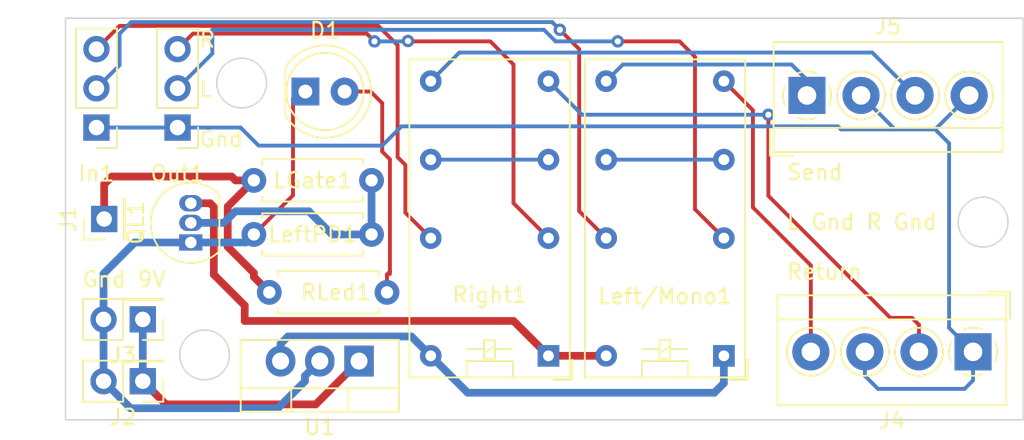
<source format=kicad_pcb>
(kicad_pcb (version 20221018) (generator pcbnew)
  (layers (0 "F.Cu" signal) (31 "B.Cu" signal) (34 "B.Paste" user) (35 "F.Paste" user) (36 "B.SilkS" user "B.Silkscreen") (37 "F.SilkS" user "F.Silkscreen") (38 "B.Mask" user) (39 "F.Mask" user) (44 "Edge.Cuts" user))
  (net 0 "")
  (net 1 "/Control")
  (net 2 "/9V")
  (net 3 "/Ctrl_GND")
  (net 4 "Net-(D1-A)")
  (net 5 "/R_in")
  (net 6 "/L_in")
  (net 7 "/Signal_Gnd")
  (net 8 "/R_out")
  (net 9 "/R_Return")
  (net 10 "/R_send")
  (net 11 "/5V")
  (net 12 "/L_out")
  (net 13 "/L_Return")
  (net 14 "/L_Send")
  (net 15 "Net-(Left/Mono1-Pad11)")
  (net 16 "Net-(Right1-Pad11)")
  (net 17 "Net-(QL1-D)")
  (net 18 "Net-(QL1-G)")
  (footprint "Resistor_THT:R_Axial_DIN0207_L6.3mm_D2.5mm_P7.62mm_Horizontal" (layer "F.Cu") (at 142.81 91 180)
    (fp_text reference "LeftPD1" (at 3.81 0 180) (layer "F.SilkS"))
    (fp_text value "R")
    (fp_line (start 0.54 -1.37) (end 7.08 -1.37) (stroke (width 0.12)) (layer "F.SilkS"))
    (fp_line (start 0.54 -1.04) (end 0.54 -1.37) (stroke (width 0.12)) (layer "F.SilkS"))
    (fp_line (start 0.54 1.04) (end 0.54 1.37) (stroke (width 0.12)) (layer "F.SilkS"))
    (fp_line (start 0.54 1.37) (end 7.08 1.37) (stroke (width 0.12)) (layer "F.SilkS"))
    (fp_line (start 7.08 -1.37) (end 7.08 -1.04) (stroke (width 0.12)) (layer "F.SilkS"))
    (fp_line (start 7.08 1.37) (end 7.08 1.04) (stroke (width 0.12)) (layer "F.SilkS"))
    (pad "1" thru_hole circle (at 0 0 180) (size 1.6 1.6) (drill 0.8) (layers "*.Cu" "*.Mask") (net 18 "Net-(QL1-G)"))
    (pad "2" thru_hole oval (at 7.62 0 180) (size 1.6 1.6) (drill 0.8) (layers "*.Cu" "*.Mask") (net 3 "/Ctrl_GND"))
  )
  (footprint "Package_TO_SOT_THT:TO-92_Inline" (layer "F.Cu") (at 131.11 91.52 90)
    (fp_text reference "QL1" (at 1.27 -3.56 90) (layer "F.SilkS"))
    (fp_text value "2N7000")
    (fp_line (start -0.53 1.85) (end 3.07 1.85) (stroke (width 0.12)) (layer "F.SilkS"))
    (fp_arc (start -0.568478 1.838478) (mid -1.132087 -0.994977) (end 1.27 -2.6) (stroke (width 0.12)) (layer "F.SilkS"))
    (fp_arc (start 1.27 -2.6) (mid 3.672087 -0.994977) (end 3.108478 1.838478) (stroke (width 0.12)) (layer "F.SilkS"))
    (pad "1" thru_hole rect (at 0 0 90) (size 1.05 1.5) (drill 0.75) (layers "*.Cu" "*.Mask") (net 3 "/Ctrl_GND"))
    (pad "2" thru_hole oval (at 1.27 0 90) (size 1.05 1.5) (drill 0.75) (layers "*.Cu" "*.Mask") (net 18 "Net-(QL1-G)"))
    (pad "3" thru_hole oval (at 2.54 0 90) (size 1.05 1.5) (drill 0.75) (layers "*.Cu" "*.Mask") (net 17 "Net-(QL1-D)"))
  )
  (footprint "LED_THT:LED_D5.0mm" (layer "F.Cu") (at 138.525 81.75)
    (fp_text reference "D1" (at 1.27 -3.96) (layer "F.SilkS"))
    (fp_text value "LED")
    (fp_line (start -1.29 -1.545) (end -1.29 1.545) (stroke (width 0.12)) (layer "F.SilkS"))
    (fp_arc (start -1.29 -1.54483) (mid 2.072002 -2.880433) (end 4.26 0.000462) (stroke (width 0.12)) (layer "F.SilkS"))
    (fp_arc (start 4.26 -0.000462) (mid 2.072002 2.880433) (end -1.29 1.54483) (stroke (width 0.12)) (layer "F.SilkS"))
    (fp_circle (center 1.27 0) (end 3.77 0) (stroke (width 0.12)) (fill none) (layer "F.SilkS"))
    (pad "1" thru_hole rect (at 0 0) (size 1.8 1.8) (drill 0.9) (layers "*.Cu" "*.Mask") (net 3 "/Ctrl_GND"))
    (pad "2" thru_hole circle (at 2.54 0) (size 1.8 1.8) (drill 0.9) (layers "*.Cu" "*.Mask") (net 4 "Net-(D1-A)"))
  )
  (footprint "TerminalBlock_4Ucon:TerminalBlock_4Ucon_1x04_P3.50mm_Horizontal" (layer "F.Cu") (at 171 82)
    (fp_text reference "J5" (at 5.25 -4.46) (layer "F.SilkS"))
    (fp_text value "Screw_Terminal_01x04")
    (fp_line (start -2.4 2.16) (end -2.4 3.9) (stroke (width 0.12)) (layer "F.SilkS"))
    (fp_line (start -2.4 3.9) (end -0.9 3.9) (stroke (width 0.12)) (layer "F.SilkS"))
    (fp_line (start -2.16 -3.46) (end -2.16 3.66) (stroke (width 0.12)) (layer "F.SilkS"))
    (fp_line (start -2.16 -3.46) (end 12.66 -3.46) (stroke (width 0.12)) (layer "F.SilkS"))
    (fp_line (start -2.16 2.1) (end 12.66 2.1) (stroke (width 0.12)) (layer "F.SilkS"))
    (fp_line (start -2.16 3.66) (end 12.66 3.66) (stroke (width 0.12)) (layer "F.SilkS"))
    (fp_line (start 12.66 -3.46) (end 12.66 3.66) (stroke (width 0.12)) (layer "F.SilkS"))
    (fp_arc (start -1.432109 0.607742) (mid -1.555727 -0.00014) (end -1.432 -0.608) (stroke (width 0.12)) (layer "F.SilkS"))
    (fp_arc (start -0.607742 -1.432109) (mid 0.00014 -1.555727) (end 0.608 -1.432) (stroke (width 0.12)) (layer "F.SilkS"))
    (fp_arc (start 0.027011 1.555493) (mid -0.296984 1.527118) (end -0.608 1.432) (stroke (width 0.12)) (layer "F.SilkS"))
    (fp_arc (start 0.607587 1.431385) (mid 0.310017 1.523783) (end 0 1.555) (stroke (width 0.12)) (layer "F.SilkS"))
    (fp_arc (start 1.432109 -0.607742) (mid 1.555727 0.00014) (end 1.432 0.608) (stroke (width 0.12)) (layer "F.SilkS"))
    (fp_circle (center 3.5 0) (end 5.055 0) (stroke (width 0.12)) (fill none) (layer "F.SilkS"))
    (fp_circle (center 7 0) (end 8.555 0) (stroke (width 0.12)) (fill none) (layer "F.SilkS"))
    (fp_circle (center 10.5 0) (end 12.055 0) (stroke (width 0.12)) (fill none) (layer "F.SilkS"))
    (pad "1" thru_hole rect (at 0 0) (size 2.4 2.4) (drill 1.2) (layers "*.Cu" "*.Mask") (net 14 "/L_Send"))
    (pad "2" thru_hole circle (at 3.5 0) (size 2.4 2.4) (drill 1.2) (layers "*.Cu" "*.Mask") (net 7 "/Signal_Gnd"))
    (pad "3" thru_hole circle (at 7 0) (size 2.4 2.4) (drill 1.2) (layers "*.Cu" "*.Mask") (net 10 "/R_send"))
    (pad "4" thru_hole circle (at 10.5 0) (size 2.4 2.4) (drill 1.2) (layers "*.Cu" "*.Mask") (net 7 "/Signal_Gnd"))
  )
  (footprint "Connector_PinHeader_2.54mm:PinHeader_2x01_P2.54mm_Vertical" (layer "F.Cu") (at 128 96.5 180)
    (fp_text reference "J3" (at 1.27 -2.33) (layer "F.SilkS"))
    (fp_text value "Conn_01x02_Pin")
    (fp_line (start -1.33 -1.33) (end 0 -1.33) (stroke (width 0.12)) (layer "F.SilkS"))
    (fp_line (start -1.33 0) (end -1.33 -1.33) (stroke (width 0.12)) (layer "F.SilkS"))
    (fp_line (start -1.33 1.27) (end -1.33 1.33) (stroke (width 0.12)) (layer "F.SilkS"))
    (fp_line (start -1.33 1.27) (end 1.27 1.27) (stroke (width 0.12)) (layer "F.SilkS"))
    (fp_line (start -1.33 1.33) (end 3.87 1.33) (stroke (width 0.12)) (layer "F.SilkS"))
    (fp_line (start 1.27 -1.33) (end 3.87 -1.33) (stroke (width 0.12)) (layer "F.SilkS"))
    (fp_line (start 1.27 1.27) (end 1.27 -1.33) (stroke (width 0.12)) (layer "F.SilkS"))
    (fp_line (start 3.87 -1.33) (end 3.87 1.33) (stroke (width 0.12)) (layer "F.SilkS"))
    (pad "1" thru_hole rect (at 0 0 180) (size 1.7 1.7) (drill 1) (layers "*.Cu" "*.Mask") (net 2 "/9V"))
    (pad "2" thru_hole oval (at 2.54 0 180) (size 1.7 1.7) (drill 1) (layers "*.Cu" "*.Mask") (net 3 "/Ctrl_GND"))
  )
  (footprint "Relay_THT:Relay_DPDT_Omron_G5V-2" (layer "F.Cu") (at 154.2625 98.8575 180)
    (fp_text reference "Right1" (at 3.81 3.95) (layer "F.SilkS"))
    (fp_text value "G5V-2")
    (fp_line (start -1.54 -1.55) (end -0.33 -1.55) (stroke (width 0.12)) (layer "F.SilkS"))
    (fp_line (start -1.54 -0.25) (end -1.54 -1.55) (stroke (width 0.12)) (layer "F.SilkS"))
    (fp_line (start -1.38 -1.4) (end -1.38 19.19) (stroke (width 0.12)) (layer "F.SilkS"))
    (fp_line (start -1.38 19.19) (end 9 19.19) (stroke (width 0.12)) (layer "F.SilkS"))
    (fp_line (start 2.3 -1.4) (end 2.3 -0.36) (stroke (width 0.12)) (layer "F.SilkS"))
    (fp_line (start 2.3 -0.34) (end 5.3 -0.34) (stroke (width 0.12)) (layer "F.SilkS"))
    (fp_line (start 3.47 -0.19) (end 3.47 1.01) (stroke (width 0.12)) (layer "F.SilkS"))
    (fp_line (start 3.47 0.44) (end 2.37 0.44) (stroke (width 0.12)) (layer "F.SilkS"))
    (fp_line (start 3.47 0.61) (end 4.17 0.21) (stroke (width 0.12)) (layer "F.SilkS"))
    (fp_line (start 3.47 1.01) (end 4.17 1.01) (stroke (width 0.12)) (layer "F.SilkS"))
    (fp_line (start 4.17 -0.19) (end 3.47 -0.19) (stroke (width 0.12)) (layer "F.SilkS"))
    (fp_line (start 4.17 0.44) (end 5.27 0.44) (stroke (width 0.12)) (layer "F.SilkS"))
    (fp_line (start 4.17 1.01) (end 4.17 -0.19) (stroke (width 0.12)) (layer "F.SilkS"))
    (fp_line (start 5.3 -0.34) (end 5.3 -1.4) (stroke (width 0.12)) (layer "F.SilkS"))
    (fp_line (start 9 -1.4) (end -1.38 -1.4) (stroke (width 0.12)) (layer "F.SilkS"))
    (fp_line (start 9 19.19) (end 9 -1.4) (stroke (width 0.12)) (layer "F.SilkS"))
    (pad "1" thru_hole rect (at 0 0 180) (size 1.4 1.4) (drill 0.7) (layers "*.Cu" "*.Mask") (net 17 "Net-(QL1-D)"))
    (pad "4" thru_hole circle (at 0 7.62 180) (size 1.4 1.4) (drill 0.7) (layers "*.Cu" "*.Mask") (net 8 "/R_out"))
    (pad "6" thru_hole circle (at 0 12.7 180) (size 1.4 1.4) (drill 0.7) (layers "*.Cu" "*.Mask") (net 16 "Net-(Right1-Pad11)"))
    (pad "8" thru_hole circle (at 0 17.78 180) (size 1.4 1.4) (drill 0.7) (layers "*.Cu" "*.Mask") (net 9 "/R_Return"))
    (pad "9" thru_hole circle (at 7.62 17.78 180) (size 1.4 1.4) (drill 0.7) (layers "*.Cu" "*.Mask") (net 10 "/R_send"))
    (pad "11" thru_hole circle (at 7.62 12.7 180) (size 1.4 1.4) (drill 0.7) (layers "*.Cu" "*.Mask") (net 16 "Net-(Right1-Pad11)"))
    (pad "13" thru_hole circle (at 7.62 7.62 180) (size 1.4 1.4) (drill 0.7) (layers "*.Cu" "*.Mask") (net 5 "/R_in"))
    (pad "16" thru_hole circle (at 7.62 0 180) (size 1.4 1.4) (drill 0.7) (layers "*.Cu" "*.Mask") (net 11 "/5V"))
  )
  (footprint "Resistor_THT:R_Axial_DIN0207_L6.3mm_D2.5mm_P7.62mm_Horizontal" (layer "F.Cu") (at 136.19 94.75)
    (fp_text reference "RLed1" (at 4.31 0) (layer "F.SilkS"))
    (fp_text value "100")
    (fp_line (start 0.54 -1.37) (end 7.08 -1.37) (stroke (width 0.12)) (layer "F.SilkS"))
    (fp_line (start 0.54 -1.04) (end 0.54 -1.37) (stroke (width 0.12)) (layer "F.SilkS"))
    (fp_line (start 0.54 1.04) (end 0.54 1.37) (stroke (width 0.12)) (layer "F.SilkS"))
    (fp_line (start 0.54 1.37) (end 7.08 1.37) (stroke (width 0.12)) (layer "F.SilkS"))
    (fp_line (start 7.08 -1.37) (end 7.08 -1.04) (stroke (width 0.12)) (layer "F.SilkS"))
    (fp_line (start 7.08 1.37) (end 7.08 1.04) (stroke (width 0.12)) (layer "F.SilkS"))
    (pad "1" thru_hole circle (at 0 0) (size 1.6 1.6) (drill 0.8) (layers "*.Cu" "*.Mask") (net 1 "/Control"))
    (pad "2" thru_hole oval (at 7.62 0) (size 1.6 1.6) (drill 0.8) (layers "*.Cu" "*.Mask") (net 4 "Net-(D1-A)"))
  )
  (footprint "Relay_THT:Relay_DPDT_Omron_G5V-2" (layer "F.Cu") (at 165.62 98.8575 180)
    (fp_text reference "Left/Mono1" (at 3.81 3.8575) (layer "F.SilkS"))
    (fp_text value "G5V-2")
    (fp_line (start -1.54 -1.55) (end -0.33 -1.55) (stroke (width 0.12)) (layer "F.SilkS"))
    (fp_line (start -1.54 -0.25) (end -1.54 -1.55) (stroke (width 0.12)) (layer "F.SilkS"))
    (fp_line (start -1.38 -1.4) (end -1.38 19.19) (stroke (width 0.12)) (layer "F.SilkS"))
    (fp_line (start -1.38 19.19) (end 9 19.19) (stroke (width 0.12)) (layer "F.SilkS"))
    (fp_line (start 2.3 -1.4) (end 2.3 -0.36) (stroke (width 0.12)) (layer "F.SilkS"))
    (fp_line (start 2.3 -0.34) (end 5.3 -0.34) (stroke (width 0.12)) (layer "F.SilkS"))
    (fp_line (start 3.47 -0.19) (end 3.47 1.01) (stroke (width 0.12)) (layer "F.SilkS"))
    (fp_line (start 3.47 0.44) (end 2.37 0.44) (stroke (width 0.12)) (layer "F.SilkS"))
    (fp_line (start 3.47 0.61) (end 4.17 0.21) (stroke (width 0.12)) (layer "F.SilkS"))
    (fp_line (start 3.47 1.01) (end 4.17 1.01) (stroke (width 0.12)) (layer "F.SilkS"))
    (fp_line (start 4.17 -0.19) (end 3.47 -0.19) (stroke (width 0.12)) (layer "F.SilkS"))
    (fp_line (start 4.17 0.44) (end 5.27 0.44) (stroke (width 0.12)) (layer "F.SilkS"))
    (fp_line (start 4.17 1.01) (end 4.17 -0.19) (stroke (width 0.12)) (layer "F.SilkS"))
    (fp_line (start 5.3 -0.34) (end 5.3 -1.4) (stroke (width 0.12)) (layer "F.SilkS"))
    (fp_line (start 9 -1.4) (end -1.38 -1.4) (stroke (width 0.12)) (layer "F.SilkS"))
    (fp_line (start 9 19.19) (end 9 -1.4) (stroke (width 0.12)) (layer "F.SilkS"))
    (pad "1" thru_hole rect (at 0 0 180) (size 1.4 1.4) (drill 0.7) (layers "*.Cu" "*.Mask") (net 11 "/5V"))
    (pad "4" thru_hole circle (at 0 7.62 180) (size 1.4 1.4) (drill 0.7) (layers "*.Cu" "*.Mask") (net 12 "/L_out"))
    (pad "6" thru_hole circle (at 0 12.7 180) (size 1.4 1.4) (drill 0.7) (layers "*.Cu" "*.Mask") (net 15 "Net-(Left/Mono1-Pad11)"))
    (pad "8" thru_hole circle (at 0 17.78 180) (size 1.4 1.4) (drill 0.7) (layers "*.Cu" "*.Mask") (net 13 "/L_Return"))
    (pad "9" thru_hole circle (at 7.62 17.78 180) (size 1.4 1.4) (drill 0.7) (layers "*.Cu" "*.Mask") (net 14 "/L_Send"))
    (pad "11" thru_hole circle (at 7.62 12.7 180) (size 1.4 1.4) (drill 0.7) (layers "*.Cu" "*.Mask") (net 15 "Net-(Left/Mono1-Pad11)"))
    (pad "13" thru_hole circle (at 7.62 7.62 180) (size 1.4 1.4) (drill 0.7) (layers "*.Cu" "*.Mask") (net 6 "/L_in"))
    (pad "16" thru_hole circle (at 7.62 0 180) (size 1.4 1.4) (drill 0.7) (layers "*.Cu" "*.Mask") (net 17 "Net-(QL1-D)"))
  )
  (footprint "Package_TO_SOT_THT:TO-220-3_Vertical" (layer "F.Cu") (at 142 99.2 180)
    (fp_text reference "U1" (at 2.54 -4.27) (layer "F.SilkS"))
    (fp_text value "L7805")
    (fp_line (start -2.58 -3.27) (end -2.58 1.371) (stroke (width 0.12)) (layer "F.SilkS"))
    (fp_line (start -2.58 -3.27) (end 7.66 -3.27) (stroke (width 0.12)) (layer "F.SilkS"))
    (fp_line (start -2.58 -1.76) (end 7.66 -1.76) (stroke (width 0.12)) (layer "F.SilkS"))
    (fp_line (start -2.58 1.371) (end 7.66 1.371) (stroke (width 0.12)) (layer "F.SilkS"))
    (fp_line (start 0.69 -3.27) (end 0.69 -1.76) (stroke (width 0.12)) (layer "F.SilkS"))
    (fp_line (start 4.391 -3.27) (end 4.391 -1.76) (stroke (width 0.12)) (layer "F.SilkS"))
    (fp_line (start 7.66 -3.27) (end 7.66 1.371) (stroke (width 0.12)) (layer "F.SilkS"))
    (pad "1" thru_hole rect (at 0 0 180) (size 1.905 2) (drill 1.1) (layers "*.Cu" "*.Mask") (net 2 "/9V"))
    (pad "2" thru_hole oval (at 2.54 0 180) (size 1.905 2) (drill 1.1) (layers "*.Cu" "*.Mask") (net 3 "/Ctrl_GND"))
    (pad "3" thru_hole oval (at 5.08 0 180) (size 1.905 2) (drill 1.1) (layers "*.Cu" "*.Mask") (net 11 "/5V"))
  )
  (footprint "Connector_PinHeader_2.54mm:PinHeader_1x03_P2.54mm_Vertical" (layer "F.Cu") (at 125 84.08 180)
    (fp_text reference "In1" (at 0 -2.975) (layer "F.SilkS"))
    (fp_text value "Conn_01x03_Pin")
    (fp_line (start -1.33 -1.33) (end 0 -1.33) (stroke (width 0.12)) (layer "F.SilkS"))
    (fp_line (start -1.33 0) (end -1.33 -1.33) (stroke (width 0.12)) (layer "F.SilkS"))
    (fp_line (start -1.33 1.27) (end -1.33 6.41) (stroke (width 0.12)) (layer "F.SilkS"))
    (fp_line (start -1.33 1.27) (end 1.33 1.27) (stroke (width 0.12)) (layer "F.SilkS"))
    (fp_line (start -1.33 6.41) (end 1.33 6.41) (stroke (width 0.12)) (layer "F.SilkS"))
    (fp_line (start 1.33 1.27) (end 1.33 6.41) (stroke (width 0.12)) (layer "F.SilkS"))
    (pad "1" thru_hole rect (at 0 0 180) (size 1.7 1.7) (drill 1) (layers "*.Cu" "*.Mask") (net 7 "/Signal_Gnd"))
    (pad "2" thru_hole oval (at 0 2.54 180) (size 1.7 1.7) (drill 1) (layers "*.Cu" "*.Mask") (net 6 "/L_in"))
    (pad "3" thru_hole oval (at 0 5.08 180) (size 1.7 1.7) (drill 1) (layers "*.Cu" "*.Mask") (net 5 "/R_in"))
  )
  (footprint "Connector_PinHeader_2.54mm:PinHeader_1x01_P2.54mm_Vertical" (layer "F.Cu") (at 125.5 90 90)
    (fp_text reference "J1" (at 0 -2.33 90) (layer "F.SilkS"))
    (fp_text value "Conn_01x01_Pin")
    (fp_line (start -1.33 -1.33) (end 0 -1.33) (stroke (width 0.12)) (layer "F.SilkS"))
    (fp_line (start -1.33 0) (end -1.33 -1.33) (stroke (width 0.12)) (layer "F.SilkS"))
    (fp_line (start -1.33 1.27) (end -1.33 1.33) (stroke (width 0.12)) (layer "F.SilkS"))
    (fp_line (start -1.33 1.27) (end 1.33 1.27) (stroke (width 0.12)) (layer "F.SilkS"))
    (fp_line (start -1.33 1.33) (end 1.33 1.33) (stroke (width 0.12)) (layer "F.SilkS"))
    (fp_line (start 1.33 1.27) (end 1.33 1.33) (stroke (width 0.12)) (layer "F.SilkS"))
    (pad "1" thru_hole rect (at 0 0 90) (size 1.7 1.7) (drill 1) (layers "*.Cu" "*.Mask") (net 1 "/Control"))
  )
  (footprint "TerminalBlock_4Ucon:TerminalBlock_4Ucon_1x04_P3.50mm_Horizontal" (layer "F.Cu") (at 181.75 98.6 180)
    (fp_text reference "J4" (at 5.25 -4.46) (layer "F.SilkS"))
    (fp_text value "Screw_Terminal_01x04")
    (fp_line (start -2.4 2.16) (end -2.4 3.9) (stroke (width 0.12)) (layer "F.SilkS"))
    (fp_line (start -2.4 3.9) (end -0.9 3.9) (stroke (width 0.12)) (layer "F.SilkS"))
    (fp_line (start -2.16 -3.46) (end -2.16 3.66) (stroke (width 0.12)) (layer "F.SilkS"))
    (fp_line (start -2.16 -3.46) (end 12.66 -3.46) (stroke (width 0.12)) (layer "F.SilkS"))
    (fp_line (start -2.16 2.1) (end 12.66 2.1) (stroke (width 0.12)) (layer "F.SilkS"))
    (fp_line (start -2.16 3.66) (end 12.66 3.66) (stroke (width 0.12)) (layer "F.SilkS"))
    (fp_line (start 12.66 -3.46) (end 12.66 3.66) (stroke (width 0.12)) (layer "F.SilkS"))
    (fp_arc (start -1.432109 0.607742) (mid -1.555727 -0.00014) (end -1.432 -0.608) (stroke (width 0.12)) (layer "F.SilkS"))
    (fp_arc (start -0.607742 -1.432109) (mid 0.00014 -1.555727) (end 0.608 -1.432) (stroke (width 0.12)) (layer "F.SilkS"))
    (fp_arc (start 0.027011 1.555493) (mid -0.296984 1.527118) (end -0.608 1.432) (stroke (width 0.12)) (layer "F.SilkS"))
    (fp_arc (start 0.607587 1.431385) (mid 0.310017 1.523783) (end 0 1.555) (stroke (width 0.12)) (layer "F.SilkS"))
    (fp_arc (start 1.432109 -0.607742) (mid 1.555727 0.00014) (end 1.432 0.608) (stroke (width 0.12)) (layer "F.SilkS"))
    (fp_circle (center 3.5 0) (end 5.055 0) (stroke (width 0.12)) (fill none) (layer "F.SilkS"))
    (fp_circle (center 7 0) (end 8.555 0) (stroke (width 0.12)) (fill none) (layer "F.SilkS"))
    (fp_circle (center 10.5 0) (end 12.055 0) (stroke (width 0.12)) (fill none) (layer "F.SilkS"))
    (pad "1" thru_hole rect (at 0 0 180) (size 2.4 2.4) (drill 1.2) (layers "*.Cu" "*.Mask") (net 7 "/Signal_Gnd"))
    (pad "2" thru_hole circle (at 3.5 0 180) (size 2.4 2.4) (drill 1.2) (layers "*.Cu" "*.Mask") (net 9 "/R_Return"))
    (pad "3" thru_hole circle (at 7 0 180) (size 2.4 2.4) (drill 1.2) (layers "*.Cu" "*.Mask") (net 7 "/Signal_Gnd"))
    (pad "4" thru_hole circle (at 10.5 0 180) (size 2.4 2.4) (drill 1.2) (layers "*.Cu" "*.Mask") (net 13 "/L_Return"))
  )
  (footprint "Resistor_THT:R_Axial_DIN0207_L6.3mm_D2.5mm_P7.62mm_Horizontal" (layer "F.Cu") (at 135.19 87.5)
    (fp_text reference "LGate1" (at 3.81 0) (layer "F.SilkS"))
    (fp_text value "R")
    (fp_line (start 0.54 -1.37) (end 7.08 -1.37) (stroke (width 0.12)) (layer "F.SilkS"))
    (fp_line (start 0.54 -1.04) (end 0.54 -1.37) (stroke (width 0.12)) (layer "F.SilkS"))
    (fp_line (start 0.54 1.04) (end 0.54 1.37) (stroke (width 0.12)) (layer "F.SilkS"))
    (fp_line (start 0.54 1.37) (end 7.08 1.37) (stroke (width 0.12)) (layer "F.SilkS"))
    (fp_line (start 7.08 -1.37) (end 7.08 -1.04) (stroke (width 0.12)) (layer "F.SilkS"))
    (fp_line (start 7.08 1.37) (end 7.08 1.04) (stroke (width 0.12)) (layer "F.SilkS"))
    (pad "1" thru_hole circle (at 0 0) (size 1.6 1.6) (drill 0.8) (layers "*.Cu" "*.Mask") (net 1 "/Control"))
    (pad "2" thru_hole oval (at 7.62 0) (size 1.6 1.6) (drill 0.8) (layers "*.Cu" "*.Mask") (net 18 "Net-(QL1-G)"))
  )
  (footprint "Connector_PinHeader_2.54mm:PinHeader_2x01_P2.54mm_Vertical" (layer "F.Cu") (at 128 100.5 180)
    (fp_text reference "J2" (at 1.27 -2.33) (layer "F.SilkS"))
    (fp_text value "Conn_01x02_Pin")
    (fp_line (start -1.33 -1.33) (end 0 -1.33) (stroke (width 0.12)) (layer "F.SilkS"))
    (fp_line (start -1.33 0) (end -1.33 -1.33) (stroke (width 0.12)) (layer "F.SilkS"))
    (fp_line (start -1.33 1.27) (end -1.33 1.33) (stroke (width 0.12)) (layer "F.SilkS"))
    (fp_line (start -1.33 1.27) (end 1.27 1.27) (stroke (width 0.12)) (layer "F.SilkS"))
    (fp_line (start -1.33 1.33) (end 3.87 1.33) (stroke (width 0.12)) (layer "F.SilkS"))
    (fp_line (start 1.27 -1.33) (end 3.87 -1.33) (stroke (width 0.12)) (layer "F.SilkS"))
    (fp_line (start 1.27 1.27) (end 1.27 -1.33) (stroke (width 0.12)) (layer "F.SilkS"))
    (fp_line (start 3.87 -1.33) (end 3.87 1.33) (stroke (width 0.12)) (layer "F.SilkS"))
    (pad "1" thru_hole rect (at 0 0 180) (size 1.7 1.7) (drill 1) (layers "*.Cu" "*.Mask") (net 2 "/9V"))
    (pad "2" thru_hole oval (at 2.54 0 180) (size 1.7 1.7) (drill 1) (layers "*.Cu" "*.Mask") (net 3 "/Ctrl_GND"))
  )
  (footprint "Connector_PinHeader_2.54mm:PinHeader_1x03_P2.54mm_Vertical" (layer "F.Cu") (at 130.25 84.08 180)
    (fp_text reference "Out1" (at 0 -2.975) (layer "F.SilkS"))
    (fp_text value "Conn_01x03_Pin")
    (fp_line (start -1.33 -1.33) (end 0 -1.33) (stroke (width 0.12)) (layer "F.SilkS"))
    (fp_line (start -1.33 0) (end -1.33 -1.33) (stroke (width 0.12)) (layer "F.SilkS"))
    (fp_line (start -1.33 1.27) (end -1.33 6.41) (stroke (width 0.12)) (layer "F.SilkS"))
    (fp_line (start -1.33 1.27) (end 1.33 1.27) (stroke (width 0.12)) (layer "F.SilkS"))
    (fp_line (start -1.33 6.41) (end 1.33 6.41) (stroke (width 0.12)) (layer "F.SilkS"))
    (fp_line (start 1.33 1.27) (end 1.33 6.41) (stroke (width 0.12)) (layer "F.SilkS"))
    (pad "1" thru_hole rect (at 0 0 180) (size 1.7 1.7) (drill 1) (layers "*.Cu" "*.Mask") (net 7 "/Signal_Gnd"))
    (pad "2" thru_hole oval (at 0 2.54 180) (size 1.7 1.7) (drill 1) (layers "*.Cu" "*.Mask") (net 12 "/L_out"))
    (pad "3" thru_hole oval (at 0 5.08 180) (size 1.7 1.7) (drill 1) (layers "*.Cu" "*.Mask") (net 8 "/R_out"))
  )
  (gr_circle (center 132 98.8) (end 131.8 97.2) (stroke (width 0.1)) (fill none) (layer "Edge.Cuts"))
  (gr_rect (start 123 77) (end 185 103) (stroke (width 0.1)) (fill none) (layer "Edge.Cuts"))
  (gr_circle (center 182.4 90.2) (end 182.2 88.6) (stroke (width 0.1)) (fill none) (layer "Edge.Cuts"))
  (gr_circle (center 134.4 81.2) (end 134.2 79.6) (stroke (width 0.1)) (fill none) (layer "Edge.Cuts"))
  (gr_text "Send\n\nL Gnd R Gnd\n\nReturn\n" (at 169.6 94) (layer "F.SilkS") (effects (font (size 1 1)) (justify left bottom)))
  (gr_text "R\n\nL\n\nGnd\n" (at 131.58 85.41) (layer "F.SilkS") (effects (font (size 1 1)) (justify left bottom)))
  (gr_text "Gnd 9V\n" (at 124 94.5) (layer "F.SilkS") (effects (font (size 1 1)) (justify left bottom)))
  (segment (start 135.19 93.49) (end 133.5 91.8) (width 0.5) (layer "F.Cu") (net 1))
  (segment (start 133.5 89.19) (end 133.5 91.8) (width 0.5) (layer "F.Cu") (net 1))
  (segment (start 126 87.25) (end 133.75 87.25) (width 0.5) (layer "F.Cu") (net 1))
  (segment (start 133.75 87.25) (end 134 87.5) (width 0.5) (layer "F.Cu") (net 1))
  (segment (start 135.19 93.75) (end 136.19 94.75) (width 0.5) (layer "F.Cu") (net 1))
  (segment (start 125.5 87.75) (end 126 87.25) (width 0.5) (layer "F.Cu") (net 1))
  (segment (start 134 87.5) (end 135.19 87.5) (width 0.5) (layer "F.Cu") (net 1))
  (segment (start 135.19 87.5) (end 133.5 89.19) (width 0.5) (layer "F.Cu") (net 1))
  (segment (start 125.5 90) (end 125.5 87.75) (width 0.5) (layer "F.Cu") (net 1))
  (segment (start 135.19 93.49) (end 135.19 93.75) (width 0.5) (layer "F.Cu") (net 1))
  (segment (start 129.5 102) (end 139.2 102) (width 0.5) (layer "F.Cu") (net 2))
  (segment (start 128 100.5) (end 129.5 102) (width 0.5) (layer "F.Cu") (net 2))
  (segment (start 139.2 102) (end 142 99.2) (width 0.5) (layer "F.Cu") (net 2))
  (segment (start 128 96.5) (end 128 100.5) (width 0.5) (layer "B.Cu") (net 2))
  (segment (start 138.175 81.75) (end 137.725 82.2) (width 0.25) (layer "F.Cu") (net 3))
  (segment (start 137.725 82.2) (end 137.725 88.465) (width 0.25) (layer "F.Cu") (net 3))
  (segment (start 137.725 88.465) (end 135.19 91) (width 0.25) (layer "F.Cu") (net 3))
  (segment (start 138.525 81.75) (end 138.175 81.75) (width 0.25) (layer "F.Cu") (net 3))
  (segment (start 138.5 100.5) (end 138.5 100.16) (width 0.5) (layer "B.Cu") (net 3))
  (segment (start 125.46 93.54) (end 127.48 91.52) (width 0.5) (layer "B.Cu") (net 3))
  (segment (start 136.75 102.25) (end 138.5 100.5) (width 0.5) (layer "B.Cu") (net 3))
  (segment (start 131.11 91.52) (end 134.67 91.52) (width 0.5) (layer "B.Cu") (net 3))
  (segment (start 127.21 102.25) (end 136.75 102.25) (width 0.5) (layer "B.Cu") (net 3))
  (segment (start 134.67 91.52) (end 135.19 91) (width 0.5) (layer "B.Cu") (net 3))
  (segment (start 127.48 91.52) (end 131.11 91.52) (width 0.5) (layer "B.Cu") (net 3))
  (segment (start 125.46 100.5) (end 127.21 102.25) (width 0.5) (layer "B.Cu") (net 3))
  (segment (start 138.5 100.16) (end 139.46 99.2) (width 0.5) (layer "B.Cu") (net 3))
  (segment (start 125.46 96.5) (end 125.46 100.5) (width 0.5) (layer "B.Cu") (net 3))
  (segment (start 125.46 96.5) (end 125.46 93.54) (width 0.5) (layer "B.Cu") (net 3))
  (segment (start 144 93.4) (end 143.81 93.59) (width 0.25) (layer "F.Cu") (net 4))
  (segment (start 144 93.4) (end 144 93.56) (width 0.25) (layer "F.Cu") (net 4))
  (segment (start 141.065 81.75) (end 142.75 81.75) (width 0.25) (layer "F.Cu") (net 4))
  (segment (start 144 86.136396) (end 144 93.4) (width 0.25) (layer "F.Cu") (net 4))
  (segment (start 143.5 85.636396) (end 144 86.136396) (width 0.25) (layer "F.Cu") (net 4))
  (segment (start 143.81 93.59) (end 143.81 94.75) (width 0.25) (layer "F.Cu") (net 4))
  (segment (start 142.75 81.75) (end 143.5 82.5) (width 0.25) (layer "F.Cu") (net 4))
  (segment (start 143.5 82.5) (end 143.5 85.636396) (width 0.25) (layer "F.Cu") (net 4))
  (segment (start 145 89.595) (end 146.6425 91.2375) (width 0.25) (layer "F.Cu") (net 5))
  (segment (start 144.5 78.75) (end 144.5 86) (width 0.25) (layer "F.Cu") (net 5))
  (segment (start 144.5 86) (end 145 86.5) (width 0.25) (layer "F.Cu") (net 5))
  (segment (start 145 86.5) (end 145 89.595) (width 0.25) (layer "F.Cu") (net 5))
  (segment (start 143.25 77.5) (end 144.5 78.75) (width 0.25) (layer "F.Cu") (net 5))
  (segment (start 125 79) (end 126.5 77.5) (width 0.25) (layer "F.Cu") (net 5))
  (segment (start 126.5 77.5) (end 143.25 77.5) (width 0.25) (layer "F.Cu") (net 5))
  (segment (start 156.25 79) (end 156.25 89.4875) (width 0.25) (layer "F.Cu") (net 6))
  (segment (start 156.25 89.4875) (end 158 91.2375) (width 0.25) (layer "F.Cu") (net 6))
  (segment (start 155 77.75) (end 156.25 79) (width 0.25) (layer "F.Cu") (net 6))
  (via (at 155 77.75) (size 0.8) (drill 0.4) (layers "F.Cu" "B.Cu") (net 6))
  (segment (start 126.5 78) (end 127.25 77.25) (width 0.25) (layer "B.Cu") (net 6))
  (segment (start 154.5 77.25) (end 155 77.75) (width 0.25) (layer "B.Cu") (net 6))
  (segment (start 127.25 77.25) (end 154.5 77.25) (width 0.25) (layer "B.Cu") (net 6))
  (segment (start 126.5 80.04) (end 126.5 78) (width 0.25) (layer "B.Cu") (net 6))
  (segment (start 125 81.54) (end 126.5 80.04) (width 0.25) (layer "B.Cu") (net 6))
  (segment (start 175.6 101) (end 181.2 101) (width 0.25) (layer "B.Cu") (net 7))
  (segment (start 179.3 84.2) (end 180.2 85.1) (width 0.25) (layer "B.Cu") (net 7))
  (segment (start 144.75 84) (end 173 84) (width 0.25) (layer "B.Cu") (net 7))
  (segment (start 176.7 84.2) (end 173.2 84.2) (width 0.25) (layer "B.Cu") (net 7))
  (segment (start 180.2 97.05) (end 181.75 98.6) (width 0.25) (layer "B.Cu") (net 7))
  (segment (start 181.75 100.45) (end 181.75 98.6) (width 0.25) (layer "B.Cu") (net 7))
  (segment (start 179.3 84.2) (end 181.5 82) (width 0.25) (layer "B.Cu") (net 7))
  (segment (start 176.7 84.2) (end 179.3 84.2) (width 0.25) (layer "B.Cu") (net 7))
  (segment (start 174.75 98.6) (end 174.75 100.15) (width 0.25) (layer "B.Cu") (net 7))
  (segment (start 181.2 101) (end 181.75 100.45) (width 0.25) (layer "B.Cu") (net 7))
  (segment (start 125 84.08) (end 129 84.08) (width 0.25) (layer "B.Cu") (net 7))
  (segment (start 173.2 84.2) (end 173 84) (width 0.25) (layer "B.Cu") (net 7))
  (segment (start 134.33 84.08) (end 135.5 85.25) (width 0.25) (layer "B.Cu") (net 7))
  (segment (start 180.2 85.1) (end 180.2 97.05) (width 0.25) (layer "B.Cu") (net 7))
  (segment (start 125 84.08) (end 134.33 84.08) (width 0.25) (layer "B.Cu") (net 7))
  (segment (start 143.5 85.25) (end 144.75 84) (width 0.25) (layer "B.Cu") (net 7))
  (segment (start 174.75 100.15) (end 175.6 101) (width 0.25) (layer "B.Cu") (net 7))
  (segment (start 174.5 82) (end 176.7 84.2) (width 0.25) (layer "B.Cu") (net 7))
  (segment (start 135.5 85.25) (end 143.5 85.25) (width 0.25) (layer "B.Cu") (net 7))
  (segment (start 152 80) (end 152 88.975) (width 0.25) (layer "F.Cu") (net 8))
  (segment (start 152 88.975) (end 154.2625 91.2375) (width 0.25) (layer "F.Cu") (net 8))
  (segment (start 142.5 78) (end 143 78.5) (width 0.25) (layer "F.Cu") (net 8))
  (segment (start 142 78) (end 142.5 78) (width 0.25) (layer "F.Cu") (net 8))
  (segment (start 131.25 78) (end 130.25 79) (width 0.25) (layer "F.Cu") (net 8))
  (segment (start 145.195091 78.5) (end 150.5 78.5) (width 0.25) (layer "F.Cu") (net 8))
  (segment (start 131.75 78) (end 131.25 78) (width 0.25) (layer "F.Cu") (net 8))
  (segment (start 150.5 78.5) (end 152 80) (width 0.25) (layer "F.Cu") (net 8))
  (segment (start 145.169591 78.4745) (end 145.195091 78.5) (width 0.25) (layer "F.Cu") (net 8))
  (segment (start 131.75 78) (end 142 78) (width 0.25) (layer "F.Cu") (net 8))
  (via (at 145.169591 78.4745) (size 0.8) (drill 0.4) (layers "F.Cu" "B.Cu") (net 8))
  (via (at 143 78.5) (size 0.8) (drill 0.4) (layers "F.Cu" "B.Cu") (net 8))
  (segment (start 143 78.5) (end 145.25 78.5) (width 0.25) (layer "B.Cu") (net 8))
  (segment (start 145.195091 78.5) (end 145.169591 78.4745) (width 0.25) (layer "B.Cu") (net 8))
  (segment (start 145.25 78.5) (end 145.195091 78.5) (width 0.25) (layer "B.Cu") (net 8))
  (segment (start 177.8 96.4) (end 178.25 96.85) (width 0.25) (layer "F.Cu") (net 9))
  (segment (start 178.25 96.85) (end 178.25 98.6) (width 0.25) (layer "F.Cu") (net 9))
  (segment (start 176.4 96.4) (end 177.8 96.4) (width 0.25) (layer "F.Cu") (net 9))
  (segment (start 168.5 83.25) (end 168.5 88.5) (width 0.25) (layer "F.Cu") (net 9))
  (segment (start 168.5 88.5) (end 176.4 96.4) (width 0.25) (layer "F.Cu") (net 9))
  (via (at 168.5 83.25) (size 0.8) (drill 0.4) (layers "F.Cu" "B.Cu") (net 9))
  (segment (start 154.2625 81.0775) (end 156.435 83.25) (width 0.25) (layer "B.Cu") (net 9))
  (segment (start 178 98.35) (end 178.25 98.6) (width 0.25) (layer "B.Cu") (net 9))
  (segment (start 156.435 83.25) (end 168.5 83.25) (width 0.25) (layer "B.Cu") (net 9))
  (segment (start 175.225 79.225) (end 178 82) (width 0.25) (layer "B.Cu") (net 10))
  (segment (start 146.6425 81.0775) (end 148.495 79.225) (width 0.25) (layer "B.Cu") (net 10))
  (segment (start 148.495 79.225) (end 175.225 79.225) (width 0.25) (layer "B.Cu") (net 10))
  (segment (start 137.395 97.605) (end 136.92 98.08) (width 0.5) (layer "B.Cu") (net 11))
  (segment (start 165.62 100.63) (end 165.62 98.8575) (width 0.5) (layer "B.Cu") (net 11))
  (segment (start 145.39 97.605) (end 137.395 97.605) (width 0.5) (layer "B.Cu") (net 11))
  (segment (start 146.6425 98.8575) (end 149.035 101.25) (width 0.5) (layer "B.Cu") (net 11))
  (segment (start 136.92 98.08) (end 136.92 99.2) (width 0.5) (layer "B.Cu") (net 11))
  (segment (start 149.035 101.25) (end 165 101.25) (width 0.5) (layer "B.Cu") (net 11))
  (segment (start 146.6425 98.8575) (end 145.39 97.605) (width 0.5) (layer "B.Cu") (net 11))
  (segment (start 165 101.25) (end 165.62 100.63) (width 0.5) (layer "B.Cu") (net 11))
  (segment (start 162.75 78.5) (end 163.75 79.5) (width 0.25) (layer "F.Cu") (net 12))
  (segment (start 163.75 79.5) (end 163.75 89.3675) (width 0.25) (layer "F.Cu") (net 12))
  (segment (start 158.75 78.5) (end 162.75 78.5) (width 0.25) (layer "F.Cu") (net 12))
  (segment (start 163.75 89.3675) (end 165.62 91.2375) (width 0.25) (layer "F.Cu") (net 12))
  (via (at 158.75 78.5) (size 0.8) (drill 0.4) (layers "F.Cu" "B.Cu") (net 12))
  (segment (start 153.974695 77.75) (end 154.724695 78.5) (width 0.25) (layer "B.Cu") (net 12))
  (segment (start 154.724695 78.5) (end 158.75 78.5) (width 0.25) (layer "B.Cu") (net 12))
  (segment (start 132.5 77.75) (end 153.974695 77.75) (width 0.25) (layer "B.Cu") (net 12))
  (segment (start 132.5 79.29) (end 132.5 77.75) (width 0.25) (layer "B.Cu") (net 12))
  (segment (start 130.25 81.54) (end 132.5 79.29) (width 0.25) (layer "B.Cu") (net 12))
  (segment (start 167.5 89.25) (end 171.25 93) (width 0.25) (layer "F.Cu") (net 13))
  (segment (start 171.25 93) (end 171.25 98.6) (width 0.25) (layer "F.Cu") (net 13))
  (segment (start 167.5 82.9575) (end 167.5 89.25) (width 0.25) (layer "F.Cu") (net 13))
  (segment (start 165.62 81.0775) (end 167.5 82.9575) (width 0.25) (layer "F.Cu") (net 13))
  (segment (start 158 81.0775) (end 159.0775 80) (width 0.25) (layer "B.Cu") (net 14))
  (segment (start 171 81) (end 171 82) (width 0.25) (layer "B.Cu") (net 14))
  (segment (start 170 80) (end 171 81) (width 0.25) (layer "B.Cu") (net 14))
  (segment (start 159.0775 80) (end 170 80) (width 0.25) (layer "B.Cu") (net 14))
  (segment (start 158 86.1575) (end 165.62 86.1575) (width 0.25) (layer "B.Cu") (net 15))
  (segment (start 146.6425 86.1575) (end 154.2625 86.1575) (width 0.25) (layer "B.Cu") (net 16))
  (segment (start 131.11 88.98) (end 132.36 88.98) (width 0.5) (layer "F.Cu") (net 17))
  (segment (start 158 98.8575) (end 154.2625 98.8575) (width 0.5) (layer "F.Cu") (net 17))
  (segment (start 152.005 96.6) (end 154.2625 98.8575) (width 0.5) (layer "F.Cu") (net 17))
  (segment (start 134.6 96.6) (end 152.005 96.6) (width 0.5) (layer "F.Cu") (net 17))
  (segment (start 132.36 88.98) (end 132.6 89.22) (width 0.5) (layer "F.Cu") (net 17))
  (segment (start 134.6 95.6) (end 134.6 96.6) (width 0.5) (layer "F.Cu") (net 17))
  (segment (start 132.6 93.6) (end 134.6 95.6) (width 0.5) (layer "F.Cu") (net 17))
  (segment (start 132.6 89.22) (end 132.6 93.6) (width 0.5) (layer "F.Cu") (net 17))
  (segment (start 140.25 91) (end 142.81 91) (width 0.5) (layer "B.Cu") (net 18))
  (segment (start 138.75 89.5) (end 140.25 91) (width 0.5) (layer "B.Cu") (net 18))
  (segment (start 142.81 87.5) (end 142.81 91) (width 0.5) (layer "B.Cu") (net 18))
  (segment (start 133.25 90.25) (end 134 89.5) (width 0.5) (layer "B.Cu") (net 18))
  (segment (start 131.11 90.25) (end 133.25 90.25) (width 0.5) (layer "B.Cu") (net 18))
  (segment (start 134 89.5) (end 138.75 89.5) (width 0.5) (layer "B.Cu") (net 18))
)
</source>
